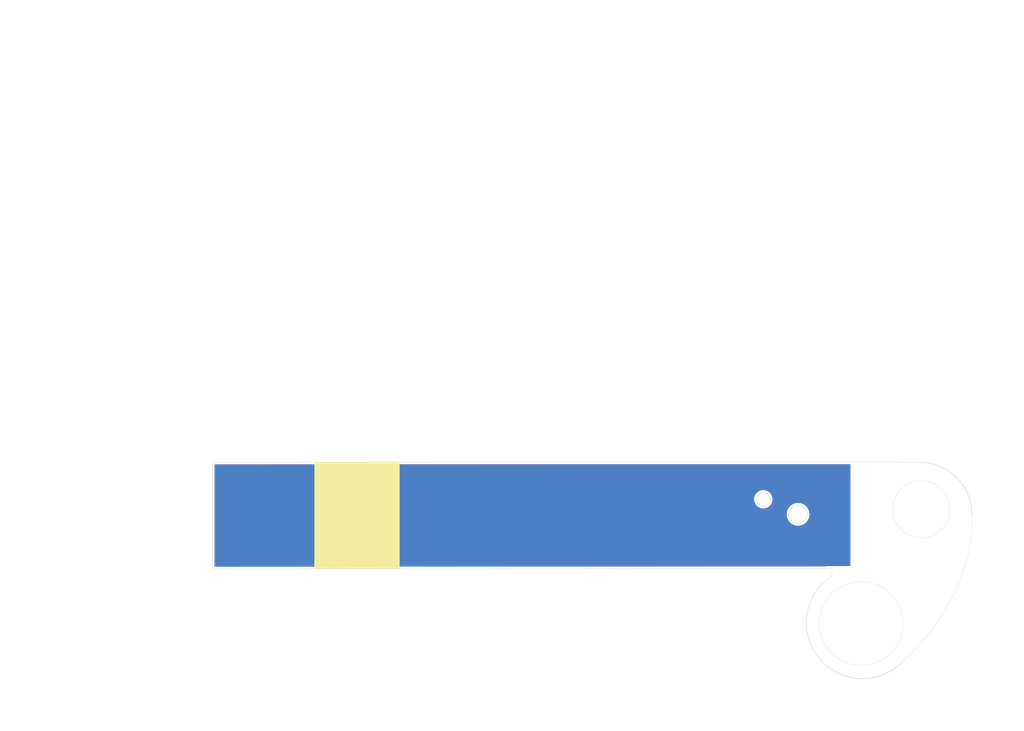
<source format=kicad_pcb>
(kicad_pcb
	(version 20240108)
	(generator "pcbnew")
	(generator_version "8.0")
	(general
		(thickness 1.6)
		(legacy_teardrops no)
	)
	(paper "A4")
	(layers
		(0 "F.Cu" signal)
		(31 "B.Cu" signal)
		(32 "B.Adhes" user "B.Adhesive")
		(33 "F.Adhes" user "F.Adhesive")
		(34 "B.Paste" user)
		(35 "F.Paste" user)
		(36 "B.SilkS" user "B.Silkscreen")
		(37 "F.SilkS" user "F.Silkscreen")
		(38 "B.Mask" user)
		(39 "F.Mask" user)
		(40 "Dwgs.User" user "User.Drawings")
		(41 "Cmts.User" user "User.Comments")
		(42 "Eco1.User" user "User.Eco1")
		(43 "Eco2.User" user "User.Eco2")
		(44 "Edge.Cuts" user)
		(45 "Margin" user)
		(46 "B.CrtYd" user "B.Courtyard")
		(47 "F.CrtYd" user "F.Courtyard")
		(48 "B.Fab" user)
		(49 "F.Fab" user)
		(50 "User.1" user)
		(51 "User.2" user)
		(52 "User.3" user)
		(53 "User.4" user)
		(54 "User.5" user)
		(55 "User.6" user)
		(56 "User.7" user)
		(57 "User.8" user)
		(58 "User.9" user)
	)
	(setup
		(pad_to_mask_clearance 0)
		(allow_soldermask_bridges_in_footprints no)
		(pcbplotparams
			(layerselection 0x00010fc_ffffffff)
			(plot_on_all_layers_selection 0x0000000_00000000)
			(disableapertmacros no)
			(usegerberextensions no)
			(usegerberattributes yes)
			(usegerberadvancedattributes yes)
			(creategerberjobfile yes)
			(dashed_line_dash_ratio 12.000000)
			(dashed_line_gap_ratio 3.000000)
			(svgprecision 4)
			(plotframeref no)
			(viasonmask no)
			(mode 1)
			(useauxorigin no)
			(hpglpennumber 1)
			(hpglpenspeed 20)
			(hpglpendiameter 15.000000)
			(pdf_front_fp_property_popups yes)
			(pdf_back_fp_property_popups yes)
			(dxfpolygonmode yes)
			(dxfimperialunits yes)
			(dxfusepcbnewfont yes)
			(psnegative no)
			(psa4output no)
			(plotreference yes)
			(plotvalue yes)
			(plotfptext yes)
			(plotinvisibletext no)
			(sketchpadsonfab no)
			(subtractmaskfromsilk no)
			(outputformat 1)
			(mirror no)
			(drillshape 0)
			(scaleselection 1)
			(outputdirectory "")
		)
	)
	(net 0 "")
	(gr_line
		(start 85.725 106.045)
		(end 85.852 81.661)
		(stroke
			(width 0.1)
			(type default)
		)
		(layer "Dwgs.User")
		(uuid "4e756f12-b38a-4f44-a947-fb6627f11e11")
	)
	(gr_line
		(start 105.029 106.045)
		(end 105.029 81.534)
		(stroke
			(width 0.1)
			(type default)
		)
		(layer "Dwgs.User")
		(uuid "7077666f-94f6-4f7b-87ef-c6612b7fd699")
	)
	(gr_line
		(start 242.57 118.364)
		(end 240.665 121.031)
		(stroke
			(width 0.05)
			(type default)
		)
		(layer "Edge.Cuts")
		(uuid "01031684-f55a-4ba1-af04-163133655420")
	)
	(gr_line
		(start 217.678 108.458)
		(end 217.043 108.966)
		(stroke
			(width 0.05)
			(type default)
		)
		(layer "Edge.Cuts")
		(uuid "115fbbce-d6a4-42ce-87a0-b010a2beef1c")
	)
	(gr_line
		(start 250.565593 93.6625)
		(end 250.571 94.996)
		(stroke
			(width 0.05)
			(type default)
		)
		(layer "Edge.Cuts")
		(uuid "2109a470-470b-4808-87fa-14b2a96a98f1")
	)
	(gr_line
		(start 250.571 94.996)
		(end 250.571 97.155)
		(stroke
			(width 0.05)
			(type default)
		)
		(layer "Edge.Cuts")
		(uuid "24daf854-0a6f-4d3f-b55c-6e7a2d2bd219")
	)
	(gr_line
		(start 250.571 97.155)
		(end 249.809 102.489)
		(stroke
			(width 0.05)
			(type default)
		)
		(layer "Edge.Cuts")
		(uuid "284f4bcb-7392-49c0-aeb8-2780f763018f")
	)
	(gr_circle
		(center 239.009078 92.45365)
		(end 245.509078 92.45365)
		(stroke
			(width 0.05)
			(type default)
		)
		(fill none)
		(layer "Edge.Cuts")
		(uuid "29512d3f-3f87-476c-91d3-c7d87b52c657")
	)
	(gr_line
		(start 247.777 108.839)
		(end 246.507 111.76)
		(stroke
			(width 0.05)
			(type default)
		)
		(layer "Edge.Cuts")
		(uuid "2a4bc8c1-f378-4d6b-a884-fab58c1df204")
	)
	(gr_arc
		(start 218.186 105.953053)
		(mid 218.665714 106.172)
		(end 218.814619 106.677857)
		(stroke
			(width 0.05)
			(type default)
		)
		(layer "Edge.Cuts")
		(uuid "4c4a2c35-596c-4d28-ba82-91d3e86f11f7")
	)
	(gr_line
		(start 218.814619 106.677857)
		(end 218.694 107.061)
		(stroke
			(width 0.05)
			(type default)
		)
		(layer "Edge.Cuts")
		(uuid "4d44ce0a-db6d-43fc-a253-e64c5db962a1")
	)
	(gr_line
		(start 248.92 105.537)
		(end 247.777 108.839)
		(stroke
			(width 0.05)
			(type default)
		)
		(layer "Edge.Cuts")
		(uuid "58de661c-b27e-48ed-a0b1-71ac31e716a5")
	)
	(gr_line
		(start 218.694 107.061)
		(end 218.44 107.696)
		(stroke
			(width 0.05)
			(type default)
		)
		(layer "Edge.Cuts")
		(uuid "7390d2ed-3469-478c-a326-7e9903cc9738")
	)
	(gr_line
		(start 77.484 106.045)
		(end 77.484 81.725315)
		(stroke
			(width 0.05)
			(type default)
		)
		(layer "Edge.Cuts")
		(uuid "770cec8d-add5-478f-891d-86b5b0222aba")
	)
	(gr_line
		(start 246.507 111.76)
		(end 244.348 115.443)
		(stroke
			(width 0.05)
			(type default)
		)
		(layer "Edge.Cuts")
		(uuid "7ecf470a-6ead-4e63-adce-961ed61dd1f1")
	)
	(gr_circle
		(center 203.022 90.17)
		(end 204.622 90.17)
		(stroke
			(width 0.1)
			(type default)
		)
		(fill none)
		(layer "Edge.Cuts")
		(uuid "8d8158a6-f7a8-4ec4-917c-a73ee9f1ba6b")
	)
	(gr_line
		(start 249.809 102.489)
		(end 248.92 105.537)
		(stroke
			(width 0.05)
			(type default)
		)
		(layer "Edge.Cuts")
		(uuid "a5c66806-975c-434f-9f95-fe0eb889229b")
	)
	(gr_circle
		(center 210.947 93.599)
		(end 213.047 93.599)
		(stroke
			(width 0.1)
			(type default)
		)
		(fill none)
		(layer "Edge.Cuts")
		(uuid "aba27928-5abc-4b6c-9c50-e0f1a70a59d9")
	)
	(gr_circle
		(center 225.298 118.491)
		(end 218.757329 111.565585)
		(stroke
			(width 0.05)
			(type default)
		)
		(fill none)
		(layer "Edge.Cuts")
		(uuid "bc6e41f4-6dc6-4940-a985-fb722beaee54")
	)
	(gr_line
		(start 218.186 105.953053)
		(end 77.484 106.045)
		(stroke
			(width 0.05)
			(type default)
		)
		(layer "Edge.Cuts")
		(uuid "bee86f24-dd15-48b6-8d19-65849939e7f2")
	)
	(gr_line
		(start 244.348 115.443)
		(end 242.57 118.364)
		(stroke
			(width 0.05)
			(type default)
		)
		(layer "Edge.Cuts")
		(uuid "c07e1026-efcc-4a5c-a816-d6d69316cf04")
	)
	(gr_line
		(start 237.998 123.952)
		(end 234.640841 127.325841)
		(stroke
			(width 0.05)
			(type default)
		)
		(layer "Edge.Cuts")
		(uuid "c15dbb83-6142-4638-9550-ffe14de2f9dd")
	)
	(gr_line
		(start 217.043 108.966)
		(end 216.662 109.22)
		(stroke
			(width 0.05)
			(type default)
		)
		(layer "Edge.Cuts")
		(uuid "cf8c8745-a7f5-4dbe-9f3d-53bd3ec8951c")
	)
	(gr_line
		(start 218.44 107.696)
		(end 217.678 108.458)
		(stroke
			(width 0.05)
			(type default)
		)
		(layer "Edge.Cuts")
		(uuid "d83d5d5a-583a-4921-a5ca-dbcbcb92e3f4")
	)
	(gr_line
		(start 212.598 81.661)
		(end 238.75392 81.724503)
		(stroke
			(width 0.05)
			(type default)
		)
		(layer "Edge.Cuts")
		(uuid "e24488a2-a9ce-4c09-a713-f8da0a705873")
	)
	(gr_line
		(start 240.665 121.031)
		(end 237.998 123.952)
		(stroke
			(width 0.05)
			(type default)
		)
		(layer "Edge.Cuts")
		(uuid "ed872988-d280-4b6c-960d-6272f82cb093")
	)
	(gr_line
		(start 212.598 81.661)
		(end 77.484 81.725315)
		(stroke
			(width 0.05)
			(type default)
		)
		(layer "Edge.Cuts")
		(uuid "f8849848-2d4b-4576-8bba-e2e4edb321b8")
	)
	(gr_arc
		(start 238.75392 81.724503)
		(mid 247.113619 85.265605)
		(end 250.565593 93.6625)
		(stroke
			(width 0.1)
			(type default)
		)
		(layer "Edge.Cuts")
		(uuid "f90cb3ce-e7f2-4638-ade0-600550cf9caf")
	)
	(gr_arc
		(start 234.640841 127.325841)
		(mid 216.566581 127.294035)
		(end 216.662 109.22)
		(stroke
			(width 0.1)
			(type default)
		)
		(layer "Edge.Cuts")
		(uuid "fb2a7ef9-c2d6-4e02-86d7-d3666cf245a2")
	)
	(zone
		(net 0)
		(net_name "")
		(layers "F&B.Cu")
		(uuid "b475d88a-684a-48ab-bc6b-30a74d0d86db")
		(hatch edge 0.5)
		(connect_pads
			(clearance 0.5)
		)
		(min_thickness 0.25)
		(filled_areas_thickness no)
		(fill yes
			(thermal_gap 0.5)
			(thermal_bridge_width 0.5)
			(island_removal_mode 1)
			(island_area_min 10)
		)
		(polygon
			(pts
				(xy 60.325 80.518) (xy 222.885 70.104) (xy 222.885 105.41) (xy 217.297 105.41) (xy 29.083 143.002)
			)
		)
		(filled_polygon
			(layer "F.Cu")
			(island)
			(pts
				(xy 222.761306 82.186176) (xy 222.828293 82.206023) (xy 222.873919 82.258938) (xy 222.885 82.310175)
				(xy 222.885 105.286) (xy 222.865315 105.353039) (xy 222.812511 105.398794) (xy 222.761 105.41) (xy 217.296994 105.41)
				(xy 217.092315 105.45088) (xy 217.06811 105.453282) (xy 78.108581 105.54409) (xy 78.041529 105.524449)
				(xy 77.995739 105.471675) (xy 77.9845 105.42009) (xy 77.9845 93.599) (xy 208.341747 93.599) (xy 208.360741 93.913023)
				(xy 208.360741 93.913028) (xy 208.360742 93.913029) (xy 208.417451 94.222478) (xy 208.417452 94.222482)
				(xy 208.417453 94.222486) (xy 208.511039 94.522816) (xy 208.511043 94.522827) (xy 208.511044 94.52283)
				(xy 208.511046 94.522835) (xy 208.640163 94.809721) (xy 208.690521 94.893023) (xy 208.802924 95.07896)
				(xy 208.996942 95.326605) (xy 209.219394 95.549057) (xy 209.467039 95.743075) (xy 209.467044 95.743078)
				(xy 209.467048 95.743081) (xy 209.736279 95.905837) (xy 210.023165 96.034954) (xy 210.023175 96.034957)
				(xy 210.023183 96.03496) (xy 210.223403 96.09735) (xy 210.323522 96.128549) (xy 210.632971 96.185258)
				(xy 210.947 96.204253) (xy 211.261029 96.185258) (xy 211.570478 96.128549) (xy 211.870835 96.034954)
				(xy 212.157721 95.905837) (xy 212.426952 95.743081) (xy 212.674602 95.54906) (xy 212.89706 95.326602)
				(xy 213.091081 95.078952) (xy 213.253837 94.809721) (xy 213.382954 94.522835) (xy 213.476549 94.222478)
				(xy 213.533258 93.913029) (xy 213.552253 93.599) (xy 213.533258 93.284971) (xy 213.476549 92.975522)
				(xy 213.382954 92.675165) (xy 213.253837 92.388279) (xy 213.091081 92.119048) (xy 213.091078 92.119044)
				(xy 213.091075 92.119039) (xy 212.897057 91.871394) (xy 212.674605 91.648942) (xy 212.42696 91.454924)
				(xy 212.426952 91.454919) (xy 212.157721 91.292163) (xy 211.870835 91.163046) (xy 211.87083 91.163044)
				(xy 211.870827 91.163043) (xy 211.870816 91.163039) (xy 211.570486 91.069453) (xy 211.570482 91.069452)
				(xy 211.570478 91.069451) (xy 211.261029 91.012742) (xy 211.261028 91.012741) (xy 211.261023 91.012741)
				(xy 210.947 90.993747) (xy 210.632976 91.012741) (xy 210.632971 91.012742) (xy 210.323522 91.069451)
				(xy 210.323519 91.069451) (xy 210.323513 91.069453) (xy 210.023183 91.163039) (xy 210.023172 91.163043)
				(xy 209.736283 91.292161) (xy 209.736281 91.292162) (xy 209.467039 91.454924) (xy 209.219394 91.648942)
				(xy 208.996942 91.871394) (xy 208.802924 92.119039) (xy 208.640162 92.388281) (xy 208.640161 92.388283)
				(xy 208.511043 92.675172) (xy 208.511039 92.675183) (xy 208.417453 92.975513) (xy 208.360741 93.284976)
				(xy 208.341747 93.599) (xy 77.9845 93.599) (xy 77.9845 90.17) (xy 200.916592 90.17) (xy 200.936201 90.45668)
				(xy 200.994666 90.738034) (xy 200.994667 90.738037) (xy 201.090894 91.008793) (xy 201.090893 91.008793)
				(xy 201.223098 91.263935) (xy 201.388812 91.4987) (xy 201.473923 91.589831) (xy 201.584947 91.708708)
				(xy 201.78492 91.871398) (xy 201.807853 91.890055) (xy 202.053382 92.039365) (xy 202.236813 92.119039)
				(xy 202.316942 92.153844) (xy 202.593642 92.231371) (xy 202.84392 92.265771) (xy 202.878321 92.2705)
				(xy 202.878322 92.2705) (xy 203.165679 92.2705) (xy 203.19637 92.266281) (xy 203.450358 92.231371)
				(xy 203.727058 92.153844) (xy 203.902164 92.077785) (xy 203.990617 92.039365) (xy 203.99062 92.039363)
				(xy 203.990625 92.039361) (xy 204.236147 91.890055) (xy 204.459053 91.708708) (xy 204.655189 91.498698)
				(xy 204.820901 91.263936) (xy 204.953104 91.008797) (xy 205.049334 90.738032) (xy 205.107798 90.456686)
				(xy 205.127408 90.17) (xy 205.107798 89.883314) (xy 205.049334 89.601968) (xy 204.953105 89.331206)
				(xy 204.953106 89.331206) (xy 204.820901 89.076064) (xy 204.655187 88.841299) (xy 204.576554 88.757105)
				(xy 204.459053 88.631292) (xy 204.236147 88.449945) (xy 204.236146 88.449944) (xy 203.990617 88.300634)
				(xy 203.727063 88.186158) (xy 203.727061 88.186157) (xy 203.727058 88.186156) (xy 203.597578 88.149877)
				(xy 203.450364 88.10863) (xy 203.450359 88.108629) (xy 203.450358 88.108629) (xy 203.308018 88.089064)
				(xy 203.165679 88.0695) (xy 203.165678 88.0695) (xy 202.878322 88.0695) (xy 202.878321 88.0695)
				(xy 202.593642 88.108629) (xy 202.593635 88.10863) (xy 202.385861 88.166845) (xy 202.316942 88.186156)
				(xy 202.316939 88.186156) (xy 202.316936 88.186158) (xy 202.316935 88.186158) (xy 202.053382 88.300634)
				(xy 201.807853 88.449944) (xy 201.58495 88.631289) (xy 201.388812 88.841299) (xy 201.223098 89.076064)
				(xy 201.090894 89.331206) (xy 200.994667 89.601962) (xy 200.994666 89.601965) (xy 200.936201 89.883319)
				(xy 200.916592 90.17) (xy 77.9845 90.17) (xy 77.9845 82.349517) (xy 78.004185 82.282478) (xy 78.056989 82.236723)
				(xy 78.10844 82.225517) (xy 212.597501 82.1615)
			)
		)
		(filled_polygon
			(layer "B.Cu")
			(island)
			(pts
				(xy 222.761306 82.186176) (xy 222.828293 82.206023) (xy 222.873919 82.258938) (xy 222.885 82.310175)
				(xy 222.885 105.286) (xy 222.865315 105.353039) (xy 222.812511 105.398794) (xy 222.761 105.41) (xy 217.296994 105.41)
				(xy 217.092315 105.45088) (xy 217.06811 105.453282) (xy 78.108581 105.54409) (xy 78.041529 105.524449)
				(xy 77.995739 105.471675) (xy 77.9845 105.42009) (xy 77.9845 93.599) (xy 208.341747 93.599) (xy 208.360741 93.913023)
				(xy 208.360741 93.913028) (xy 208.360742 93.913029) (xy 208.417451 94.222478) (xy 208.417452 94.222482)
				(xy 208.417453 94.222486) (xy 208.511039 94.522816) (xy 208.511043 94.522827) (xy 208.511044 94.52283)
				(xy 208.511046 94.522835) (xy 208.640163 94.809721) (xy 208.690521 94.893023) (xy 208.802924 95.07896)
				(xy 208.996942 95.326605) (xy 209.219394 95.549057) (xy 209.467039 95.743075) (xy 209.467044 95.743078)
				(xy 209.467048 95.743081) (xy 209.736279 95.905837) (xy 210.023165 96.034954) (xy 210.023175 96.034957)
				(xy 210.023183 96.03496) (xy 210.223403 96.09735) (xy 210.323522 96.128549) (xy 210.632971 96.185258)
				(xy 210.947 96.204253) (xy 211.261029 96.185258) (xy 211.570478 96.128549) (xy 211.870835 96.034954)
				(xy 212.157721 95.905837) (xy 212.426952 95.743081) (xy 212.674602 95.54906) (xy 212.89706 95.326602)
				(xy 213.091081 95.078952) (xy 213.253837 94.809721) (xy 213.382954 94.522835) (xy 213.476549 94.222478)
				(xy 213.533258 93.913029) (xy 213.552253 93.599) (xy 213.533258 93.284971) (xy 213.476549 92.975522)
				(xy 213.382954 92.675165) (xy 213.253837 92.388279) (xy 213.091081 92.119048) (xy 213.091078 92.119044)
				(xy 213.091075 92.119039) (xy 212.897057 91.871394) (xy 212.674605 91.648942) (xy 212.42696 91.454924)
				(xy 212.426952 91.454919) (xy 212.157721 91.292163) (xy 211.870835 91.163046) (xy 211.87083 91.163044)
				(xy 211.870827 91.163043) (xy 211.870816 91.163039) (xy 211.570486 91.069453) (xy 211.570482 91.069452)
				(xy 211.570478 91.069451) (xy 211.261029 91.012742) (xy 211.261028 91.012741) (xy 211.261023 91.012741)
				(xy 210.947 90.993747) (xy 210.632976 91.012741) (xy 210.632971 91.012742) (xy 210.323522 91.069451)
				(xy 210.323519 91.069451) (xy 210.323513 91.069453) (xy 210.023183 91.163039) (xy 210.023172 91.163043)
				(xy 209.736283 91.292161) (xy 209.736281 91.292162) (xy 209.467039 91.454924) (xy 209.219394 91.648942)
				(xy 208.996942 91.871394) (xy 208.802924 92.119039) (xy 208.640162 92.388281) (xy 208.640161 92.388283)
				(xy 208.511043 92.675172) (xy 208.511039 92.675183) (xy 208.417453 92.975513) (xy 208.360741 93.284976)
				(xy 208.341747 93.599) (xy 77.9845 93.599) (xy 77.9845 90.17) (xy 200.916592 90.17) (xy 200.936201 90.45668)
				(xy 200.994666 90.738034) (xy 200.994667 90.738037) (xy 201.090894 91.008793) (xy 201.090893 91.008793)
				(xy 201.223098 91.263935) (xy 201.388812 91.4987) (xy 201.473923 91.589831) (xy 201.584947 91.708708)
				(xy 201.78492 91.871398) (xy 201.807853 91.890055) (xy 202.053382 92.039365) (xy 202.236813 92.119039)
				(xy 202.316942 92.153844) (xy 202.593642 92.231371) (xy 202.84392 92.265771) (xy 202.878321 92.2705)
				(xy 202.878322 92.2705) (xy 203.165679 92.2705) (xy 203.19637 92.266281) (xy 203.450358 92.231371)
				(xy 203.727058 92.153844) (xy 203.902164 92.077785) (xy 203.990617 92.039365) (xy 203.99062 92.039363)
				(xy 203.990625 92.039361) (xy 204.236147 91.890055) (xy 204.459053 91.708708) (xy 204.655189 91.498698)
				(xy 204.820901 91.263936) (xy 204.953104 91.008797) (xy 205.049334 90.738032) (xy 205.107798 90.456686)
				(xy 205.127408 90.17) (xy 205.107798 89.883314) (xy 205.049334 89.601968) (xy 204.953105 89.331206)
				(xy 204.953106 89.331206) (xy 204.820901 89.076064) (xy 204.655187 88.841299) (xy 204.576554 88.757105)
				(xy 204.459053 88.631292) (xy 204.236147 88.449945) (xy 204.236146 88.449944) (xy 203.990617 88.300634)
				(xy 203.727063 88.186158) (xy 203.727061 88.186157) (xy 203.727058 88.186156) (xy 203.597578 88.149877)
				(xy 203.450364 88.10863) (xy 203.450359 88.108629) (xy 203.450358 88.108629) (xy 203.308018 88.089064)
				(xy 203.165679 88.0695) (xy 203.165678 88.0695) (xy 202.878322 88.0695) (xy 202.878321 88.0695)
				(xy 202.593642 88.108629) (xy 202.593635 88.10863) (xy 202.385861 88.166845) (xy 202.316942 88.186156)
				(xy 202.316939 88.186156) (xy 202.316936 88.186158) (xy 202.316935 88.186158) (xy 202.053382 88.300634)
				(xy 201.807853 88.449944) (xy 201.58495 88.631289) (xy 201.388812 88.841299) (xy 201.223098 89.076064)
				(xy 201.090894 89.331206) (xy 200.994667 89.601962) (xy 200.994666 89.601965) (xy 200.936201 89.883319)
				(xy 200.916592 90.17) (xy 77.9845 90.17) (xy 77.9845 82.349517) (xy 78.004185 82.282478) (xy 78.056989 82.236723)
				(xy 78.10844 82.225517) (xy 212.597501 82.1615)
			)
		)
	)
	(zone
		(net 0)
		(net_name "")
		(layer "F.SilkS")
		(uuid "e3bb6d35-df53-46d0-8b48-e1f3780d5698")
		(hatch edge 0.5)
		(connect_pads
			(clearance 0.5)
		)
		(min_thickness 0.25)
		(filled_areas_thickness no)
		(fill yes
			(thermal_gap 0.5)
			(thermal_bridge_width 0.5)
		)
		(polygon
			(pts
				(xy 100.725 106.68) (xy 100.725 80.899) (xy 120.156 80.899) (xy 120.156 106.68)
			)
		)
		(filled_polygon
			(layer "F.SilkS")
			(island)
			(pts
				(xy 120.09899 81.724714) (xy 120.14477 81.777496) (xy 120.156 81.829061) (xy 120.156 105.893194)
				(xy 120.136315 105.960233) (xy 120.083511 106.005988) (xy 120.032081 106.017194) (xy 100.849081 106.02973)
				(xy 100.782029 106.010089) (xy 100.736239 105.957315) (xy 100.725 105.90573) (xy 100.725 81.838192)
				(xy 100.744685 81.771153) (xy 100.797489 81.725398) (xy 100.848941 81.714192) (xy 120.031941 81.705061)
			)
		)
	)
	(zone
		(net 0)
		(net_name "")
		(layers "*.Mask")
		(uuid "adc146c0-39e6-4cd7-bfd5-a34775e4e1e6")
		(hatch edge 0.5)
		(connect_pads
			(clearance 0.5)
		)
		(min_thickness 0.25)
		(filled_areas_thickness no)
		(fill yes
			(thermal_gap 0.5)
			(thermal_bridge_width 0.5)
		)
		(polygon
			(pts
				(xy 42.862986 -17.718756) (xy 255.206986 -23.687756) (xy 262.445986 42.225244) (xy 76.136986 64.196244)
			)
		)
	)
)

</source>
